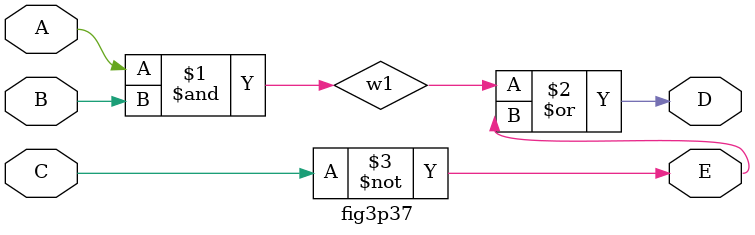
<source format=v>
module fig3p37 (A,B,C,D,E);
	output D,E;
	input A,B,C;
	wire w1;

	and G1(w1,A,B);
	not G2(E,C);
	or  G3(D,w1,E);

endmodule

</source>
